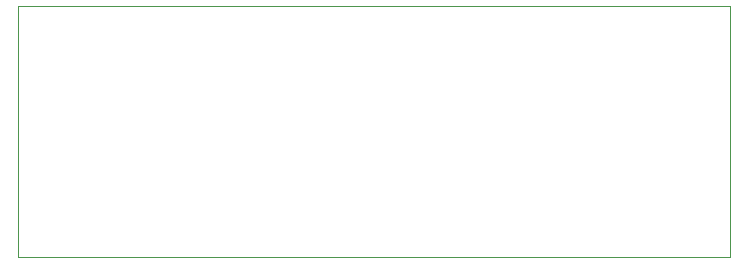
<source format=gbr>
%TF.GenerationSoftware,KiCad,Pcbnew,8.0.5*%
%TF.CreationDate,2025-05-30T10:51:23-05:00*%
%TF.ProjectId,ULACIT 2025 Button,554c4143-4954-4203-9230-323520427574,rev?*%
%TF.SameCoordinates,Original*%
%TF.FileFunction,Profile,NP*%
%FSLAX46Y46*%
G04 Gerber Fmt 4.6, Leading zero omitted, Abs format (unit mm)*
G04 Created by KiCad (PCBNEW 8.0.5) date 2025-05-30 10:51:23*
%MOMM*%
%LPD*%
G01*
G04 APERTURE LIST*
%TA.AperFunction,Profile*%
%ADD10C,0.050000*%
%TD*%
G04 APERTURE END LIST*
D10*
X22860000Y-26670000D02*
X83159600Y-26670000D01*
X83159600Y-47955200D01*
X22860000Y-47955200D01*
X22860000Y-26670000D01*
M02*

</source>
